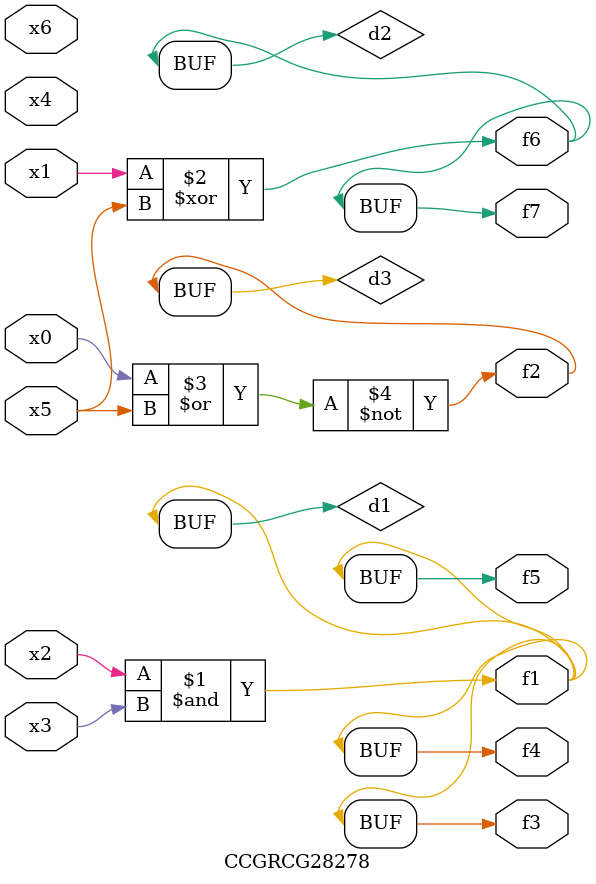
<source format=v>
module CCGRCG28278(
	input x0, x1, x2, x3, x4, x5, x6,
	output f1, f2, f3, f4, f5, f6, f7
);

	wire d1, d2, d3;

	and (d1, x2, x3);
	xor (d2, x1, x5);
	nor (d3, x0, x5);
	assign f1 = d1;
	assign f2 = d3;
	assign f3 = d1;
	assign f4 = d1;
	assign f5 = d1;
	assign f6 = d2;
	assign f7 = d2;
endmodule

</source>
